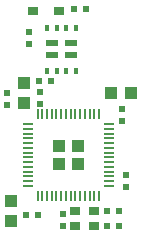
<source format=gbr>
G04 EAGLE Gerber RS-274X export*
G75*
%MOMM*%
%FSLAX34Y34*%
%LPD*%
%INSolderpaste Bottom*%
%IPPOS*%
%AMOC8*
5,1,8,0,0,1.08239X$1,22.5*%
G01*
%ADD10R,0.400000X0.600000*%
%ADD11R,1.000000X0.600000*%
%ADD12R,0.600000X0.600000*%
%ADD13R,1.000000X1.075000*%
%ADD14R,0.875000X0.200000*%
%ADD15R,0.200000X0.875000*%
%ADD16R,1.000000X1.000000*%
%ADD17R,0.900000X0.750000*%
%ADD18R,0.900000X0.800000*%
%ADD19R,1.075000X1.000000*%


D10*
X73725Y177885D03*
X81725Y177885D03*
X89725Y177885D03*
X97725Y177885D03*
X97725Y140885D03*
X89725Y140885D03*
X81725Y140885D03*
X73725Y140885D03*
D11*
X77725Y164385D03*
X77725Y154385D03*
X93725Y164385D03*
X93725Y154385D03*
D12*
X58547Y173863D03*
X58547Y163703D03*
X136779Y98679D03*
X136779Y108839D03*
D13*
X42876Y30802D03*
X42876Y13802D03*
D14*
X125940Y95977D03*
X125940Y91977D03*
X125940Y87977D03*
X125940Y83977D03*
X125940Y79977D03*
X125940Y75977D03*
X125940Y71977D03*
X125940Y67977D03*
X125940Y63977D03*
X125940Y59977D03*
X125940Y55977D03*
X125940Y51977D03*
X125940Y47977D03*
X125940Y43977D03*
D15*
X117440Y35477D03*
X113440Y35477D03*
X109440Y35477D03*
X105440Y35477D03*
X101440Y35477D03*
X97440Y35477D03*
X93440Y35477D03*
X89440Y35477D03*
X85440Y35477D03*
X81440Y35477D03*
X77440Y35477D03*
X73440Y35477D03*
X69440Y35477D03*
X65440Y35477D03*
D14*
X56940Y43977D03*
X56940Y47977D03*
X56940Y51977D03*
X56940Y55977D03*
X56940Y59977D03*
X56940Y63977D03*
X56940Y67977D03*
X56940Y71977D03*
X56940Y75977D03*
X56940Y79977D03*
X56940Y83977D03*
X56940Y87977D03*
X56940Y91977D03*
X56940Y95977D03*
D15*
X65440Y104477D03*
X69440Y104477D03*
X73440Y104477D03*
X77440Y104477D03*
X81440Y104477D03*
X85440Y104477D03*
X89440Y104477D03*
X93440Y104477D03*
X97440Y104477D03*
X101440Y104477D03*
X105440Y104477D03*
X109440Y104477D03*
X113440Y104477D03*
X117440Y104477D03*
D16*
X99440Y77977D03*
X83440Y77977D03*
X83440Y61977D03*
X99440Y61977D03*
D12*
X55880Y18796D03*
X66040Y18796D03*
X67691Y123698D03*
X67691Y113538D03*
D13*
X53721Y113801D03*
X53721Y130801D03*
D12*
X76835Y132969D03*
X66675Y132969D03*
X39497Y112395D03*
X39497Y122555D03*
X139954Y52832D03*
X139954Y42672D03*
X106426Y193294D03*
X96266Y193294D03*
D17*
X113279Y9879D03*
X96779Y9879D03*
X96779Y22379D03*
X113279Y22379D03*
D12*
X133985Y22860D03*
X123825Y22860D03*
X133985Y9525D03*
X123825Y9525D03*
X86995Y10160D03*
X86995Y20320D03*
D18*
X61944Y192278D03*
X83344Y192278D03*
D19*
X127644Y122047D03*
X144644Y122047D03*
M02*

</source>
